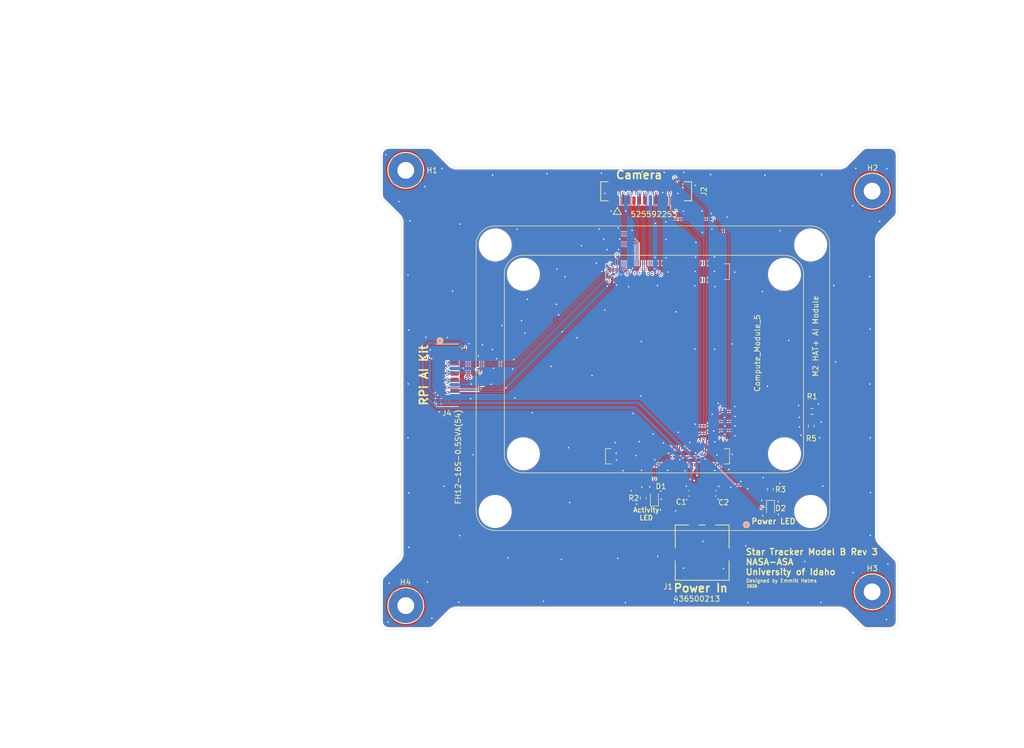
<source format=kicad_pcb>
(kicad_pcb
	(version 20241229)
	(generator "pcbnew")
	(generator_version "9.0")
	(general
		(thickness 1.6)
		(legacy_teardrops no)
	)
	(paper "USLetter")
	(title_block
		(title "Star Tracker Model B PCB Layout")
		(date "2026-02-18")
		(rev "3")
		(company "Univeristy of Idaho")
		(comment 1 "NASA-ASA")
		(comment 2 "Designed by Emmitt Helms")
		(comment 3 "Interdisciplinary Capstone Design, 2025-2026")
	)
	(layers
		(0 "F.Cu" signal)
		(2 "B.Cu" signal)
		(9 "F.Adhes" user "F.Adhesive")
		(11 "B.Adhes" user "B.Adhesive")
		(13 "F.Paste" user)
		(15 "B.Paste" user)
		(5 "F.SilkS" user "F.Silkscreen")
		(7 "B.SilkS" user "B.Silkscreen")
		(1 "F.Mask" user)
		(3 "B.Mask" user)
		(17 "Dwgs.User" user "User.Drawings")
		(19 "Cmts.User" user "User.Comments")
		(21 "Eco1.User" user "User.Eco1")
		(23 "Eco2.User" user "User.Eco2")
		(25 "Edge.Cuts" user)
		(27 "Margin" user)
		(31 "F.CrtYd" user "F.Courtyard")
		(29 "B.CrtYd" user "B.Courtyard")
		(35 "F.Fab" user)
		(33 "B.Fab" user)
		(39 "User.1" user)
		(41 "User.2" user)
		(43 "User.3" user)
		(45 "User.4" user)
	)
	(setup
		(stackup
			(layer "F.SilkS"
				(type "Top Silk Screen")
			)
			(layer "F.Paste"
				(type "Top Solder Paste")
			)
			(layer "F.Mask"
				(type "Top Solder Mask")
				(thickness 0.01)
			)
			(layer "F.Cu"
				(type "copper")
				(thickness 0.035)
			)
			(layer "dielectric 1"
				(type "core")
				(thickness 1.51)
				(material "FR4")
				(epsilon_r 4.5)
				(loss_tangent 0.02)
			)
			(layer "B.Cu"
				(type "copper")
				(thickness 0.035)
			)
			(layer "B.Mask"
				(type "Bottom Solder Mask")
				(thickness 0.01)
			)
			(layer "B.Paste"
				(type "Bottom Solder Paste")
			)
			(layer "B.SilkS"
				(type "Bottom Silk Screen")
			)
			(copper_finish "None")
			(dielectric_constraints no)
		)
		(pad_to_mask_clearance 0)
		(allow_soldermask_bridges_in_footprints no)
		(tenting front back)
		(pcbplotparams
			(layerselection 0x00000000_00000000_55555555_55555551)
			(plot_on_all_layers_selection 0x00000000_00000000_00000008_8a0a2223)
			(disableapertmacros no)
			(usegerberextensions no)
			(usegerberattributes yes)
			(usegerberadvancedattributes yes)
			(creategerberjobfile yes)
			(dashed_line_dash_ratio 12.000000)
			(dashed_line_gap_ratio 3.000000)
			(svgprecision 4)
			(plotframeref yes)
			(mode 1)
			(useauxorigin no)
			(hpglpennumber 1)
			(hpglpenspeed 20)
			(hpglpendiameter 15.000000)
			(pdf_front_fp_property_popups yes)
			(pdf_back_fp_property_popups yes)
			(pdf_metadata yes)
			(pdf_single_document no)
			(dxfpolygonmode yes)
			(dxfimperialunits yes)
			(dxfusepcbnewfont yes)
			(psnegative no)
			(psa4output no)
			(plot_black_and_white no)
			(sketchpadsonfab no)
			(plotpadnumbers no)
			(hidednponfab no)
			(sketchdnponfab yes)
			(crossoutdnponfab yes)
			(subtractmaskfromsilk no)
			(outputformat 4)
			(mirror no)
			(drillshape 0)
			(scaleselection 1)
			(outputdirectory "../../../../UIdaho/ECE 4800-4810/Star Tracker/2-18-26 - PCB - Star Tracker - EH/")
		)
	)
	(net 0 "")
	(net 1 "GND")
	(net 2 "/+5v")
	(net 3 "/+3.3v")
	(net 4 "Net-(D1-K)")
	(net 5 "Net-(D2-K)")
	(net 6 "/DPHY0_C_P")
	(net 7 "/DPHY0_D2_N")
	(net 8 "/DPHY0_C_N")
	(net 9 "/CAM_GPIO1")
	(net 10 "/DPHY0_D0_P")
	(net 11 "/DPHY0_D1_P")
	(net 12 "/CAM_GPIO0")
	(net 13 "/DPHY0_D2_P")
	(net 14 "/DPHY0_D3_P")
	(net 15 "/SCL0")
	(net 16 "/DPHY0_D0_N")
	(net 17 "/SDA0")
	(net 18 "/DPHY0_D3_N")
	(net 19 "/DPHY0_D1_N")
	(net 20 "/PCIE_nCLKREQ")
	(net 21 "/PCIe_nRST")
	(net 22 "/PCIe_RX_P")
	(net 23 "/PCIE_nWAKE")
	(net 24 "/PCIe_TX_P")
	(net 25 "/PCIe_CLK_P")
	(net 26 "/PCIe_CLK_N")
	(net 27 "/PCIe_TX_N")
	(net 28 "/PCIE_PWR_EN")
	(net 29 "/PCIe_RX_N")
	(net 30 "unconnected-(Module1B-HDMI0_CLK_P-Pad188)")
	(net 31 "unconnected-(Module1B-HDMI1_TX2_P-Pad146)")
	(net 32 "unconnected-(Module1B-HDMI1_TX1_P-Pad152)")
	(net 33 "unconnected-(Module1B-VBUS_EN-Pad111)")
	(net 34 "unconnected-(Module1B-HDMI1_TX0_N-Pad160)")
	(net 35 "unconnected-(Module1B-MIPI1_D2_N-Pad193)")
	(net 36 "unconnected-(Module1B-HDMI0_HOTPLUG-Pad153)")
	(net 37 "unconnected-(Module1B-HDMI1_TX2_N-Pad148)")
	(net 38 "unconnected-(Module1B-HDMI0_TX0_P-Pad182)")
	(net 39 "unconnected-(Module1A-ID_SD-Pad36)")
	(net 40 "unconnected-(Module1A-ID_SC-Pad35)")
	(net 41 "unconnected-(Module1B-HDMI1_HOTPLUG-Pad143)")
	(net 42 "unconnected-(Module1B-USB3-0-TX_N-Pad140)")
	(net 43 "unconnected-(Module1A-Ethernet_Pair3_N-Pad5)")
	(net 44 "unconnected-(Module1A-GPIO19-Pad26)")
	(net 45 "unconnected-(Module1A-SD_DAT7-Pad70)")
	(net 46 "unconnected-(Module1A-Ethernet_SYNC_OUT(3.3v)-Pad18)")
	(net 47 "unconnected-(Module1A-GPIO9-Pad40)")
	(net 48 "unconnected-(Module1B-USB3-1-TX_P-Pad171)")
	(net 49 "unconnected-(Module1A-Ethernet_Pair2_P-Pad11)")
	(net 50 "unconnected-(Module1A-GPIO4-Pad54)")
	(net 51 "unconnected-(Module1A-Ethernet_Pair3_P-Pad3)")
	(net 52 "unconnected-(Module1A-GPIO27-Pad48)")
	(net 53 "unconnected-(Module1B-USB3-0-RX_P-Pad130)")
	(net 54 "unconnected-(Module1B-USB3-1-D_N-Pad165)")
	(net 55 "unconnected-(Module1A-Ethernet_Pair0_P-Pad12)")
	(net 56 "unconnected-(Module1A-GPIO6-Pad30)")
	(net 57 "unconnected-(Module1B-HDMI0_CLK_N-Pad190)")
	(net 58 "unconnected-(Module1A-GPIO12-Pad31)")
	(net 59 "unconnected-(Module1A-GPIO16-Pad29)")
	(net 60 "unconnected-(Module1A-SD_DAT5-Pad64)")
	(net 61 "unconnected-(Module1B-HDMI0_TX2_P-Pad170)")
	(net 62 "unconnected-(Module1B-HDMI0_SDA-Pad199)")
	(net 63 "unconnected-(Module1A-GPIO13-Pad28)")
	(net 64 "unconnected-(Module1B-MIPI1_D1_P-Pad183)")
	(net 65 "unconnected-(Module1B-USB_OTG_ID-Pad101)")
	(net 66 "unconnected-(Module1B-USB3-0-D_P-Pad134)")
	(net 67 "unconnected-(Module1A-GPIO10-Pad44)")
	(net 68 "unconnected-(Module1A-GPIO11-Pad38)")
	(net 69 "unconnected-(Module1A-GPIO14-Pad55)")
	(net 70 "unconnected-(Module1A-Ethernet_nLED2(3.3v)-Pad17)")
	(net 71 "unconnected-(Module1B-HDMI1_SCL-Pad147)")
	(net 72 "unconnected-(Module1A-WiFi_nDisable-Pad89)")
	(net 73 "unconnected-(Module1B-HDMI1_TX1_N-Pad154)")
	(net 74 "unconnected-(Module1A-Ethernet_Pair1_N-Pad6)")
	(net 75 "unconnected-(Module1A-GPIO18-Pad49)")
	(net 76 "unconnected-(Module1B-USB3-1-RX_P-Pad159)")
	(net 77 "unconnected-(Module1B-MIPI1_D3_P-Pad196)")
	(net 78 "unconnected-(Module1B-MIPI1_C_P-Pad189)")
	(net 79 "/VBAT")
	(net 80 "unconnected-(Module1B-HDMI1_CEC-Pad149)")
	(net 81 "unconnected-(Module1B-USB3-1-D_P-Pad163)")
	(net 82 "unconnected-(Module1A-nRPIBOOT-Pad93)")
	(net 83 "unconnected-(Module1B-HDMI0_TX2_N-Pad172)")
	(net 84 "unconnected-(Module1A-GPIO26-Pad24)")
	(net 85 "unconnected-(Module1A-GPIO23-Pad47)")
	(net 86 "unconnected-(Module1A-GPIO3-Pad56)")
	(net 87 "unconnected-(Module1B-USB3-0-RX_N-Pad128)")
	(net 88 "unconnected-(Module1B-USB3-0-TX_P-Pad142)")
	(net 89 "unconnected-(Module1B-HDMI0_TX1_N-Pad178)")
	(net 90 "unconnected-(Module1A-GPIO21-Pad25)")
	(net 91 "unconnected-(Module1A-GPIO25-Pad41)")
	(net 92 "unconnected-(Module1B-HDMI0_TX1_P-Pad176)")
	(net 93 "unconnected-(Module1B-HDMI0_SCL-Pad200)")
	(net 94 "unconnected-(Module1A-Ethernet_Pair0_N-Pad10)")
	(net 95 "unconnected-(Module1B-MIPI1_D1_N-Pad181)")
	(net 96 "Net-(Module1A-+1.8v_(Output)-Pad88)")
	(net 97 "unconnected-(Module1A-Ethernet_Pair2_N-Pad9)")
	(net 98 "unconnected-(Module1B-USB3-0-D_N-Pad136)")
	(net 99 "unconnected-(Module1B-MIPI1_D2_P-Pad195)")
	(net 100 "unconnected-(Module1A-BT_nDisable-Pad91)")
	(net 101 "unconnected-(Module1A-GPIO2-Pad58)")
	(net 102 "unconnected-(Module1A-SD_DAT4-Pad68)")
	(net 103 "unconnected-(Module1B-HDMI1_CLK_N-Pad166)")
	(net 104 "unconnected-(Module1A-GPIO22-Pad46)")
	(net 105 "/GPIO_VREF")
	(net 106 "unconnected-(Module1B-MIPI1_C_N-Pad187)")
	(net 107 "unconnected-(Module1A-GPIO5-Pad34)")
	(net 108 "unconnected-(Module1B-MIPI1_D0_N-Pad175)")
	(net 109 "unconnected-(Module1A-GPIO24-Pad45)")
	(net 110 "unconnected-(Module1B-MIPI1_D3_N-Pad194)")
	(net 111 "unconnected-(Module1B-HDMI0_CEC-Pad151)")
	(net 112 "unconnected-(Module1A-Ethernet_Pair1_P-Pad4)")
	(net 113 "unconnected-(Module1B-HDMI1_CLK_P-Pad164)")
	(net 114 "unconnected-(Module1B-USB3-1-RX_N-Pad157)")
	(net 115 "unconnected-(Module1B-USB3-1-TX_N-Pad169)")
	(net 116 "unconnected-(Module1B-HDMI0_TX0_N-Pad184)")
	(net 117 "unconnected-(Module1A-GPIO15-Pad51)")
	(net 118 "unconnected-(Module1A-GPIO7-Pad37)")
	(net 119 "unconnected-(Module1A-FAN_TACHO-Pad16)")
	(net 120 "unconnected-(Module1A-EEPROM_nWP-Pad20)")
	(net 121 "unconnected-(Module1B-MIPI1_D0_P-Pad177)")
	(net 122 "unconnected-(Module1A-Ethernet_nLED3(3.3v)-Pad15)")
	(net 123 "unconnected-(Module1A-GPIO20-Pad27)")
	(net 124 "unconnected-(Module1A-SD_VDD_Override-Pad73)")
	(net 125 "unconnected-(Module1B-HDMI1_TX0_P-Pad158)")
	(net 126 "unconnected-(Module1A-GPIO17-Pad50)")
	(net 127 "unconnected-(Module1A-SD_DAT6-Pad72)")
	(net 128 "unconnected-(Module1A-FAN_PWM-Pad19)")
	(net 129 "unconnected-(Module1B-HDMI1_SDA-Pad145)")
	(net 130 "unconnected-(Module1A-GPIO8-Pad39)")
	(net 131 "/LED_nPWR")
	(net 132 "/LED_nACT")
	(net 133 "unconnected-(Module1B-USB2_P-Pad105)")
	(net 134 "unconnected-(Module1A-PWR_BUT-Pad92)")
	(net 135 "unconnected-(Module1A-CC1-Pad94)")
	(net 136 "unconnected-(Module1A-CC2-Pad96)")
	(net 137 "unconnected-(Module1A-PMIC_ENABLE-Pad99)")
	(net 138 "unconnected-(Module1B-USB2_N-Pad103)")
	(net 139 "unconnected-(Module1A-SD_PWR_ON-Pad75)")
	(net 140 "unconnected-(Module1A-SD_DAT1-Pad67)")
	(net 141 "unconnected-(Module1A-SD_CLK-Pad57)")
	(net 142 "unconnected-(Module1A-SD_DAT0-Pad63)")
	(net 143 "unconnected-(Module1A-SD_DAT3-Pad61)")
	(net 144 "unconnected-(Module1A-SD_CMD-Pad62)")
	(net 145 "unconnected-(Module1A-SD_DAT2-Pad69)")
	(footprint "Capacitor_SMD:C_0603_1608Metric" (layer "F.Cu") (at 147.65 107.73))
	(footprint (layer "F.Cu") (at 90.67254 48.374229))
	(footprint "TestPoint:TestPoint_THTPad_D4.0mm_Drill2.0mm" (layer "F.Cu") (at 176.39746 52.184389))
	(footprint "LED_SMD:LED_0603_1608Metric" (layer "F.Cu") (at 136.38 108.5975 90))
	(footprint "TestPoint:TestPoint_THTPad_D4.0mm_Drill2.0mm" (layer "F.Cu") (at 90.67254 48.374229))
	(footprint "CM5IO:HRS_FH12-16S-0.5SVA_54_" (layer "F.Cu") (at 98.2962 86.045909 90))
	(footprint "CM5IO:Raspberry-Pi-5-Compute-Module" (layer "F.Cu") (at 165.11 111.079309 90))
	(footprint "CM5IO:Raspberry-Pi-5-Compute-Module" (layer "F.Cu") (at 160.29 100.479309 90))
	(footprint "CM5IO:CON_525592253_MOL" (layer "F.Cu") (at 134.860012 52.519309))
	(footprint "CM5IO:CONN_SD-43650-005_02_MOL" (layer "F.Cu") (at 145.16 118.64))
	(footprint "Resistor_SMD:R_0603_1608Metric" (layer "F.Cu") (at 165.33 92.7 180))
	(footprint "TestPoint:TestPoint_THTPad_D4.0mm_Drill2.0mm" (layer "F.Cu") (at 90.67508 128.384389))
	(footprint "Capacitor_SMD:C_0603_1608Metric"
		(layer "F.Cu")
		(uuid "bbe53335-47f2-4389-9a5a-4f5af25773e5")
		(at 142.72 107.73 180)
		(descr "Capacitor SMD 0603 (1608 Metric), square (rectangular) end terminal, IPC-7351 nominal, (Body size source: IPC-SM-782 page 76, https://www.pcb-3d.com/wordpress/wp-content/uploads/ipc-sm-782a_amendment_1_and_2.pdf), generated with kicad-footprint-generator")
		(tags "capacitor")
		(property "Reference" "C1"
			(at 1.42 -1.59 0)
			(layer "F.SilkS")
			(uuid "0a9e1058-8c6a-4829-b204-31b222e69411")
			(effects
				(font
					(size 1 1)
					(thickness 0.15)
				)
			)
		)
		(property "Value" "100n"
			(at 1.97 -3.26 0)
			(layer "F.Fab")
			(uuid "8cb13f4a-3bc3-4cfc-957c-bb5ed59a7b1a")
			(effects
				(font
					(size 1 1)
					(thickness 0.15)
				)
			)
		)
		(property "Datasheet" "https://search.murata.co.jp/Ceramy/image/img/A01X/G101/ENG/GRM155R71C104KA88-01.pdf"
			(at 0 0 0)
			(layer "F.Fab")
			(hide yes)
			(uuid "43408851-8ee7-4263-a4b6-e0b2143a116b")
			(effects
				(font
					(size 1.27 1.27)
					(thickness 0.15)
				)
			)
		)
		(property "Description" ""
			(at 0 0 0)
			(layer "F.Fab")
			(hide yes)
			(uuid "71b6308d-73d7-41d3-a0d5-4dc5c213b01e")
			(effects
				(font
					(size 1.27 1.27)
					(thickness 0.15)
				)
			)
		)
		(property "Field4" "Farnell"
			(at 0 0 180)
			(unlocked yes)
			(layer "F.Fab")
			(hide yes)
			(uuid "b351152e-489d-426b-8fb3-160873a977f5")
			(effects
				(font
					(size 1 1)
					(thickness 0.15)
				)
			)
		)
		(property "Field5" "2611911"
			(at 0 0 180)
			(unlocked yes)
			(layer "F.Fab")
			(hide yes)
			(uuid "6dc028d3-29a0-404a-a92a-873a503b10dd")
			(effects
				(font
					(size 1 1)
					(thickness 0.15)
				)
			)
		)
		(property "Field6" "RM EMK105 B7104KV-F"
			(at 0 0 180)
			(unlocked yes)
			(layer "F.Fab")
			(hide yes)
			(uuid "492e6d34-52cd-4524-9d94-97e533c843ac")
			(effects
				(font
					(size 1 1)
					(thickness 0.15)
				)
			)
		)
		(property "Field7" "TAIYO YUDEN EUROPE GMBH"
			(at 0 0 180)
			(unlocked yes)
			(layer "F.Fab")
			(hide yes)
			(uuid "29e367d4-dfec-4e4e-b7f4-b3b0f2db9373")
			(effects
				(font
					(size 1 1)
					(thickness 0.15)
				)
			)
		)
		(property "Field8" "110091611"
			(at 0 0 180)
			(unlocked yes)
			(layer "F.Fab")
			(hide yes)
			(uuid "8d257f09-0fa4-4e17-b328-3a10f48fbdd3")
			(effects
				(font
					(size 1 1)
					(thickness 0.15)
				)
			)
		)
		(property "Part Description" "	0.1uF 10% 16V Ceramic Capacitor X7R 0402 (1005 Metric)"
			(at 0 0 180)
			(unlocked yes)
			(layer "F.Fab")
			(hide yes)
			(uuid "bc873bc2-2d5c-48a3-86d6-da2fb43d9b02")
			(effects
				(font
					(size 1 1)
					(thickness 0.15)
				)
			)
		)
		(attr smd)
		(fp_line
			(start -0.14058 0.51)
			(end 0.14058 0.51)
			(stroke
				(width 0.12)
				(type solid)
			)
			(layer "F.SilkS")
			(uuid "71a142eb-6297-4c29-b37b-f15f6f42e6fb")
		)
		(fp_line
			(start -0.14058 -0.51)
			(end 0.14058 -0.51)
			(stroke
				(width 0.12)
				(type solid)
			)
			(layer "F.SilkS")
			(uuid "3bcb6c85-1194-4e7f-9235-d433c69b27e7")
		)
		(fp_line
			(start 1.48 0.73)
			(end -1.48 0.73)
			(stroke
				(width 0.05)
				(type solid)
			)
			(layer "F.CrtYd")
			(uuid "0f58071d-1ae2-4efe-afe4-022d30b02700")
		)
		(fp_line
			(start 1.48 -0.73)
			(end 1.48 0.73)
			(stroke
				(width 0.05)
				(type solid)
			)
			(layer "F.CrtYd")
			(uuid "a8ebbb37-2fc8-43cd-a51a-fc1ce3938a01")
		)
		(fp_line
			(start -1.48 0.73)
			(end -1.48 -0.73)
			(stroke
				(width 0.05)
				(type solid)
			)
			(layer "F.CrtYd")
			(uuid "474f5650-7e25-4340-ae00-44e9014d3721")
		)
		(fp_line
			(start -1.48 -0.73)
			(end 1.48 -0.73)
			(stroke
				(width 0.05)
				(type solid)
			)
			(layer "F.CrtYd")
			(uuid "3fa64708-7931-4558-9d
... [707264 chars truncated]
</source>
